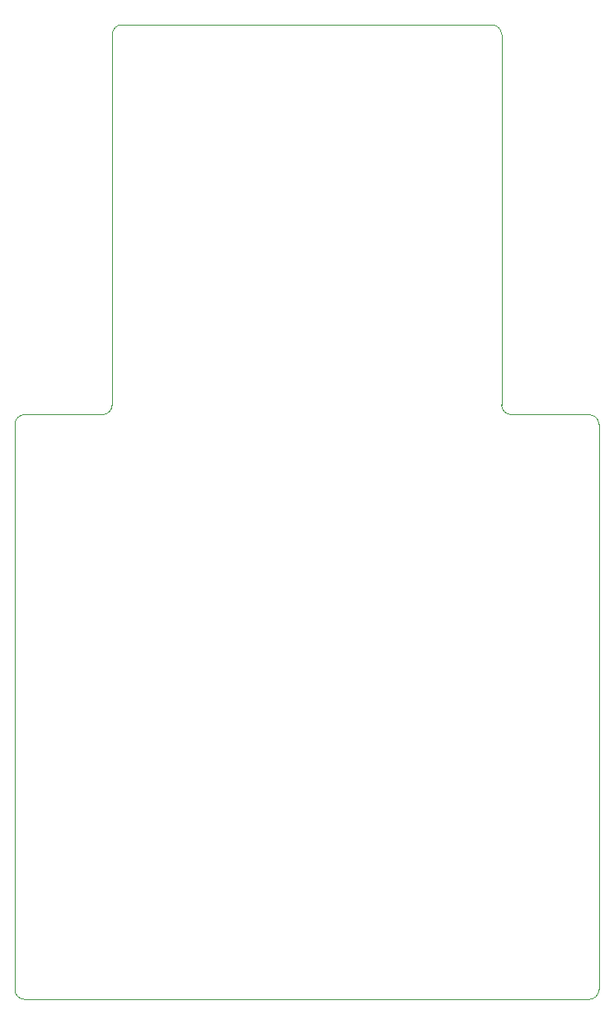
<source format=gbr>
%TF.GenerationSoftware,KiCad,Pcbnew,(5.1.6)-1*%
%TF.CreationDate,2020-12-21T13:22:22+01:00*%
%TF.ProjectId,PCB-Drone-With-FPGA,5043422d-4472-46f6-9e65-2d576974682d,rev?*%
%TF.SameCoordinates,Original*%
%TF.FileFunction,Profile,NP*%
%FSLAX46Y46*%
G04 Gerber Fmt 4.6, Leading zero omitted, Abs format (unit mm)*
G04 Created by KiCad (PCBNEW (5.1.6)-1) date 2020-12-21 13:22:22*
%MOMM*%
%LPD*%
G01*
G04 APERTURE LIST*
%TA.AperFunction,Profile*%
%ADD10C,0.050000*%
%TD*%
G04 APERTURE END LIST*
D10*
X110000000Y-79000000D02*
G75*
G02*
X109000000Y-80000000I-1000000J0D01*
G01*
X151000000Y-80000000D02*
G75*
G02*
X150000000Y-79000000I0J1000000D01*
G01*
X149000000Y-40000000D02*
G75*
G02*
X150000000Y-41000000I0J-1000000D01*
G01*
X110000000Y-41000000D02*
G75*
G02*
X111000000Y-40000000I1000000J0D01*
G01*
X159000000Y-80000000D02*
G75*
G02*
X160000000Y-81000000I0J-1000000D01*
G01*
X160000000Y-139000000D02*
G75*
G02*
X159000000Y-140000000I-1000000J0D01*
G01*
X101000000Y-140000000D02*
G75*
G02*
X100000000Y-139000000I0J1000000D01*
G01*
X100000000Y-81000000D02*
G75*
G02*
X101000000Y-80000000I1000000J0D01*
G01*
X160000000Y-81000000D02*
X160000000Y-139000000D01*
X151000000Y-80000000D02*
X159000000Y-80000000D01*
X150000000Y-41000000D02*
X150000000Y-79000000D01*
X111000000Y-40000000D02*
X149000000Y-40000000D01*
X110000000Y-79000000D02*
X110000000Y-41000000D01*
X101000000Y-80000000D02*
X109000000Y-80000000D01*
X100000000Y-81000000D02*
X100000000Y-139000000D01*
X101000000Y-140000000D02*
X159000000Y-140000000D01*
M02*

</source>
